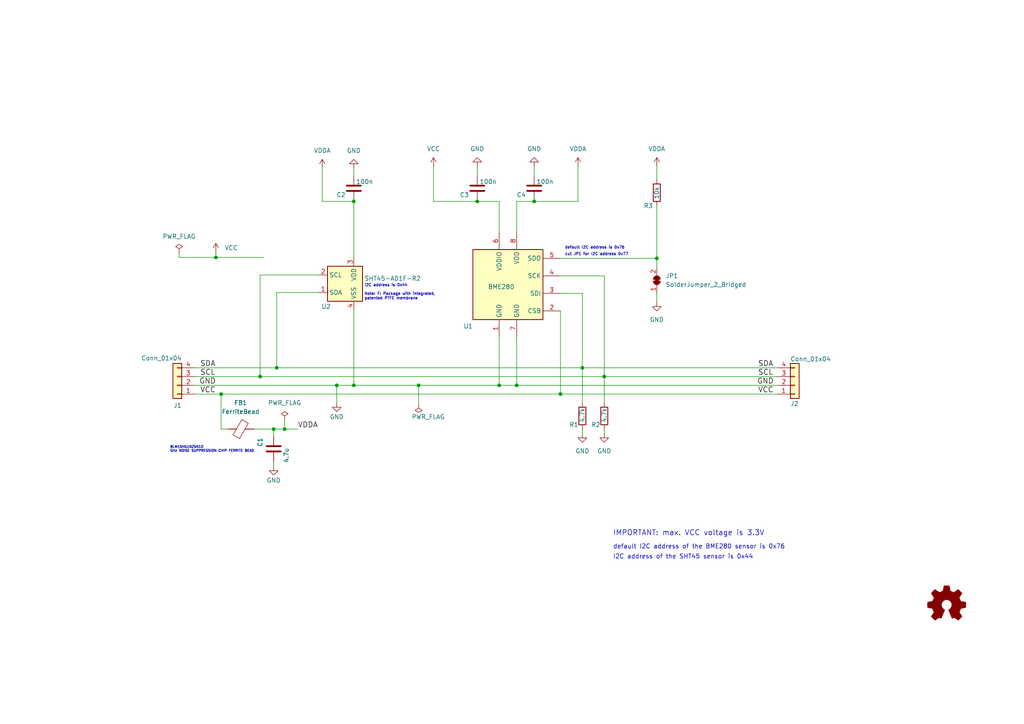
<source format=kicad_sch>
(kicad_sch (version 20211123) (generator eeschema)
  (paper "A4")
  (title_block (title "I2C_Module_SHT45_BME280_FUEL4EP") (date "2023-09-09") (rev "1.0") (company "FUEL4EP") (comment 1 "fitting to  HB-UNI-SEN-BATT_ATMega1284P_E07-868MS10_FUEL4EP") (comment 2 "Creative Commons License, non-commercial"))
  (lib_symbols
    (symbol "Connector_Generic:Conn_01x04" (pin_names (offset 1.016) hide)
      (property "Reference" "J" (at 0 5.08 0))
      (property "Value" "Conn_01x04" (at 0 -7.62 0))
      (symbol "Conn_01x04_1_1"
        (rectangle (start -1.27 -4.953) (end 0 -5.207) (stroke (width 0.1524)))
        (rectangle (start -1.27 -2.413) (end 0 -2.667) (stroke (width 0.1524)))
        (rectangle (start -1.27 0.127) (end 0 -0.127) (stroke (width 0.1524)))
        (rectangle (start -1.27 2.667) (end 0 2.413) (stroke (width 0.1524)))
        (rectangle (start -1.27 3.81) (end 1.27 -6.35) (stroke (width 0.254)) (fill (type background)))
        (pin passive line (at -5.08 2.54 0) (length 3.81) (name "Pin_1") (number "1"))
        (pin passive line (at -5.08 0 0) (length 3.81) (name "Pin_2") (number "2"))
        (pin passive line (at -5.08 -2.54 0) (length 3.81) (name "Pin_3") (number "3"))
        (pin passive line (at -5.08 -5.08 0) (length 3.81) (name "Pin_4") (number "4"))
      )
    )
    (symbol "Device:C" (pin_numbers hide) (pin_names (offset 0.254))
      (property "Reference" "C" (at 0.635 2.54 0))
      (property "Value" "C" (at 0.635 -2.54 0))
      (symbol "C_0_1"
        (polyline (pts (xy -2.032 -0.762) (xy 2.032 -0.762)) (stroke (width 0.508)))
        (polyline (pts (xy -2.032 0.762) (xy 2.032 0.762)) (stroke (width 0.508)))
      )
      (symbol "C_1_1"
        (pin passive line (at 0 3.81 270) (length 2.794) (name "~") (number "1"))
        (pin passive line (at 0 -3.81 90) (length 2.794) (name "~") (number "2"))
      )
    )
    (symbol "Device:FerriteBead" (pin_numbers hide) (pin_names (offset 0))
      (property "Reference" "FB" (at -3.81 0.635 90))
      (property "Value" "FerriteBead" (at 3.81 0 90))
      (symbol "FerriteBead_0_1"
        (polyline (pts (xy 0 -1.27) (xy 0 -1.2192)))
        (polyline (pts (xy 0 1.27) (xy 0 1.2954)))
        (polyline (pts (xy -2.7686 0.4064) (xy -1.7018 2.2606) (xy 2.7686 -0.3048) (xy 1.6764 -2.159) (xy -2.7686 0.4064)))
      )
      (symbol "FerriteBead_1_1"
        (pin passive line (at 0 3.81 270) (length 2.54) (name "~") (number "1"))
        (pin passive line (at 0 -3.81 90) (length 2.54) (name "~") (number "2"))
      )
    )
    (symbol "Device:R" (pin_numbers hide) (pin_names (offset 0))
      (property "Reference" "R" (at 2.032 0 90))
      (property "Value" "R" (at 0 0 90))
      (symbol "R_0_1"
        (rectangle (start -1.016 -2.54) (end 1.016 2.54) (stroke (width 0.254)))
      )
      (symbol "R_1_1"
        (pin passive line (at 0 3.81 270) (length 1.27) (name "~") (number "1"))
        (pin passive line (at 0 -3.81 90) (length 1.27) (name "~") (number "2"))
      )
    )
    (symbol "Graphic:Logo_Open_Hardware_Small" (pin_names (offset 1.016))
      (symbol "Logo_Open_Hardware_Small_0_1"
        (polyline (pts (xy 3.3528 -4.3434) (xy 3.302 -4.318) (xy 3.175 -4.2418) (xy 2.9972 -4.1148) (xy 2.7686 -3.9624) (xy 2.54 -3.81) (xy 2.3622 -3.7084) (xy 2.2352 -3.6068) (xy 2.1844 -3.5814) (xy 2.159 -3.6068) (xy 2.0574 -3.6576) (xy 1.905 -3.7338) (xy 1.8034 -3.7846) (xy 1.6764 -3.8354) (xy 1.6002 -3.8354) (xy 1.6002 -3.8354) (xy 1.5494 -3.7338) (xy 1.4732 -3.5306) (xy 1.3462 -3.302) (xy 1.2446 -3.0226) (xy 1.1176 -2.7178) (xy 0.9652 -2.413) (xy 0.8636 -2.1082) (xy 0.7366 -1.8288) (xy 0.6604 -1.6256) (xy 0.6096 -1.4732) (xy 0.5842 -1.397) (xy 0.5842 -1.397) (xy 0.6604 -1.3208) (xy 0.7874 -1.2446) (xy 1.0414 -1.016) (xy 1.2954 -0.6858) (xy 1.4478 -0.3302) (xy 1.524 0.0762) (xy 1.4732 0.4572) (xy 1.3208 0.8128) (xy 1.0668 1.143) (xy 0.762 1.3716) (xy 0.4064 1.524) (xy 0 1.5748) (xy -0.381 1.5494) (xy -0.7366 1.397) (xy -1.0668 1.143) (xy -1.2192 0.9906) (xy -1.397 0.6604) (xy -1.524 0.3048) (xy -1.524 0.2286) (xy -1.4986 -0.1778) (xy -1.397 -0.5334) (xy -1.1938 -0.8636) (xy -0.9144 -1.143) (xy -0.8636 -1.1684) (xy -0.7366 -1.27) (xy -0.635 -1.3462) (xy -0.5842 -1.397) (xy -1.0668 -2.5908) (xy -1.143 -2.794) (xy -1.2954 -3.1242) (xy -1.397 -3.4036) (xy -1.4986 -3.6322) (xy -1.5748 -3.7846) (xy -1.6002 -3.8354) (xy -1.6002 -3.8354) (xy -1.651 -3.8354) (xy -1.7272 -3.81) (xy -1.905 -3.7338) (xy -2.0066 -3.683) (xy -2.1336 -3.6068) (xy -2.2098 -3.5814) (xy -2.2606 -3.6068) (xy -2.3622 -3.683) (xy -2.54 -3.81) (xy -2.7686 -3.9624) (xy -2.9718 -4.0894) (xy -3.1496 -4.2164) (xy -3.302 -4.318) (xy -3.3528 -4.3434) (xy -3.3782 -4.3434) (xy -3.429 -4.318) (xy -3.5306 -4.2164) (xy -3.7084 -4.064) (xy -3.937 -3.8354) (xy -3.9624 -3.81) (xy -4.1656 -3.6068) (xy -4.318 -3.4544) (xy -4.4196 -3.3274) (xy -4.445 -3.2766) (xy -4.445 -3.2766) (xy -4.4196 -3.2258) (xy -4.318 -3.0734) (xy -4.2164 -2.8956) (xy -4.064 -2.667) (xy -3.6576 -2.0828) (xy -3.8862 -1.5494) (xy -3.937 -1.3716) (xy -4.0386 -1.1684) (xy -4.0894 -1.0414) (xy -4.1148 -0.9652) (xy -4.191 -0.9398) (xy -4.318 -0.9144) (xy -4.5466 -0.8636) (xy -4.8006 -0.8128) (xy -5.0546 -0.7874) (xy -5.2578 -0.7366) (xy -5.4356 -0.7112) (xy -5.5118 -0.6858) (xy -5.5118 -0.6858) (xy -5.5372 -0.635) (xy -5.5372 -0.5588) (xy -5.5372 -0.4318) (xy -5.5626 -0.2286) (xy -5.5626 0.0762) (xy -5.5626 0.127) (xy -5.5372 0.4064) (xy -5.5372 0.635) (xy -5.5372 0.762) (xy -5.5372 0.8382) (xy -5.5372 0.8382) (xy -5.461 0.8382) (xy -5.3086 0.889) (xy -5.08 0.9144) (xy -4.826 0.9652) (xy -4.8006 0.9906) (xy -4.5466 1.0414) (xy -4.318 1.0668) (xy -4.1656 1.1176) (xy -4.0894 1.143) (xy -4.0894 1.143) (xy -4.0386 1.2446) (xy -3.9624 1.4224) (xy -3.8608 1.6256) (xy -3.7846 1.8288) (xy -3.7084 2.0066) (xy -3.6576 2.159) (xy -3.6322 2.2098) (xy -3.6322 2.2098) (xy -3.683 2.286) (xy -3.7592 2.413) (xy -3.8862 2.5908) (xy -4.064 2.8194) (xy -4.064 2.8448) (xy -4.2164 3.0734) (xy -4.3434 3.2512) (xy -4.4196 3.3782) (xy -4.445 3.4544) (xy -4.445 3.4544) (xy -4.3942 3.5052) (xy -4.2926 3.6322) (xy -4.1148 3.81) (xy -3.937 4.0132) (xy -3.8608 4.064) (xy -3.6576 4.2926) (xy -3.5052 4.4196) (xy -3.4036 4.4958) (xy -3.3528 4.5212) (xy -3.3528 4.5212) (xy -3.302 4.4704) (xy -3.1496 4.3688) (xy -2.9718 4.2418) (xy -2.7432 4.0894) (xy -2.7178 4.0894) (xy -2.4892 3.937) (xy -2.3114 3.81) (xy -2.1844 3.7084) (xy -2.1336 3.683) (xy -2.1082 3.683) (xy -2.032 3.7084) (xy -1.8542 3.7592) (xy -1.6764 3.8354) (xy -1.4732 3.937) (xy -1.27 4.0132) (xy -1.143 4.064) (xy -1.0668 4.1148) (xy -1.0668 4.1148) (xy -1.0414 4.191) (xy -1.016 4.3434) (xy -0.9652 4.572) (xy -0.9144 4.8514) (xy -0.889 4.9022) (xy -0.8382 5.1562) (xy -0.8128 5.3848) (xy -0.7874 5.5372) (xy -0.762 5.588) (xy -0.7112 5.6134) (xy -0.5842 5.6134) (xy -0.4064 5.6134) (xy -0.1524 5.6134) (xy 0.0762 5.6134) (xy 0.3302 5.6134) (xy 0.5334 5.6134) (xy 0.6858 5.588) (xy 0.7366 5.588) (xy 0.7366 5.588) (xy 0.762 5.5118) (xy 0.8128 5.334) (xy 0.8382 5.1054) (xy 0.9144 4.826) (xy 0.9144 4.7752) (xy 0.9652 4.5212) (xy 1.016 4.2926) (xy 1.0414 4.1402) (xy 1.0668 4.0894) (xy 1.0668 4.0894) (xy 1.1938 4.0386) (xy 1.3716 3.9624) (xy 1.5748 3.8608) (xy 2.0828 3.6576) (xy 2.7178 4.0894) (xy 2.7686 4.1402) (xy 2.9972 4.2926) (xy 3.175 4.4196) (xy 3.302 4.4958) (xy 3.3782 4.5212) (xy 3.3782 4.5212) (xy 3.429 4.4704) (xy 3.556 4.3434) (xy 3.7338 4.191) (xy 3.9116 3.9878) (xy 4.064 3.8354) (xy 4.2418 3.6576) (xy 4.3434 3.556) (xy 4.4196 3.4798) (xy 4.4196 3.429) (xy 4.4196 3.4036) (xy 4.3942 3.3274) (xy 4.2926 3.2004) (xy 4.1656 2.9972) (xy 4.0132 2.794) (xy 3.8862 2.5908) (xy 3.7592 2.3876) (xy 3.6576 2.2352) (xy 3.6322 2.159) (xy 3.6322 2.1336) (xy 3.683 2.0066) (xy 3.7592 1.8288) (xy 3.8608 1.6002) (xy 4.064 1.1176) (xy 4.3942 1.0414) (xy 4.5974 1.016) (xy 4.8768 0.9652) (xy 5.1308 0.9144) (xy 5.5372 0.8382) (xy 5.5626 -0.6604) (xy 5.4864 -0.6858) (xy 5.4356 -0.6858) (xy 5.2832 -0.7366) (xy 5.0546 -0.762) (xy 4.8006 -0.8128) (xy 4.5974 -0.8636) (xy 4.3688 -0.9144) (xy 4.2164 -0.9398) (xy 4.1402 -0.9398) (xy 4.1148 -0.9652) (xy 4.064 -1.0668) (xy 3.9878 -1.2446) (xy 3.9116 -1.4478) (xy 3.81 -1.651) (xy 3.7338 -1.8542) (xy 3.683 -2.0066) (xy 3.6576 -2.0828) (xy 3.683 -2.1336) (xy 3.7846 -2.2606) (xy 3.8862 -2.4638) (xy 4.0386 -2.667) (xy 4.191 -2.8956) (xy 4.318 -3.0734) (xy 4.3942 -3.2004) (xy 4.445 -3.2766) (xy 4.4196 -3.3274) (xy 4.3434 -3.429) (xy 4.1656 -3.5814) (xy 3.937 -3.8354) (xy 3.8862 -3.8608) (xy 3.683 -4.064) (xy 3.5306 -4.2164) (xy 3.4036 -4.318) (xy 3.3528 -4.3434)) (fill (type outline)))
      )
    )
    (symbol "Jumper:SolderJumper_2_Bridged" (pin_names (offset 0) hide)
      (property "Reference" "JP" (at 0 2.032 0))
      (property "Value" "SolderJumper_2_Bridged" (at 0 -2.54 0))
      (symbol "SolderJumper_2_Bridged_0_1"
        (rectangle (start -0.508 0.508) (end 0.508 -0.508) (fill (type outline)))
        (arc (start -0.254 1.016) (mid -1.27 0) (end -0.254 -1.016))
        (arc (start -0.254 1.016) (mid -1.27 0) (end -0.254 -1.016) (fill (type outline)))
        (polyline (pts (xy -0.254 1.016) (xy -0.254 -1.016)))
        (polyline (pts (xy 0.254 1.016) (xy 0.254 -1.016)))
        (arc (start 0.254 -1.016) (mid 1.27 0) (end 0.254 1.016))
        (arc (start 0.254 -1.016) (mid 1.27 0) (end 0.254 1.016) (fill (type outline)))
      )
      (symbol "SolderJumper_2_Bridged_1_1"
        (pin passive line (at -3.81 0 0) (length 2.54) (name "A") (number "1"))
        (pin passive line (at 3.81 0 180) (length 2.54) (name "B") (number "2"))
      )
    )
    (symbol "Sensor:BME280"
      (property "Reference" "U" (at -8.89 11.43 0))
      (property "Value" "BME280" (at 7.62 11.43 0))
      (symbol "BME280_0_1"
        (rectangle (start -10.16 10.16) (end 10.16 -10.16) (stroke (width 0.254)) (fill (type background)))
      )
      (symbol "BME280_1_1"
        (pin power_in line (at -2.54 -15.24 90) (length 5.08) (name "GND") (number "1"))
        (pin input line (at 15.24 -7.62 180) (length 5.08) (name "CSB") (number "2"))
        (pin bidirectional line (at 15.24 -2.54 180) (length 5.08) (name "SDI") (number "3"))
        (pin input line (at 15.24 2.54 180) (length 5.08) (name "SCK") (number "4"))
        (pin bidirectional line (at 15.24 7.62 180) (length 5.08) (name "SDO") (number "5"))
        (pin power_in line (at -2.54 15.24 270) (length 5.08) (name "VDDIO") (number "6"))
        (pin power_in line (at 2.54 -15.24 90) (length 5.08) (name "GND") (number "7"))
        (pin power_in line (at 2.54 15.24 270) (length 5.08) (name "VDD") (number "8"))
      )
    )
    (symbol "Sensor_Humidity:SHT4x"
      (property "Reference" "U" (at 0 8.89 0))
      (property "Value" "SHT4x" (at 0 6.35 0))
      (symbol "SHT4x_1_1"
        (rectangle (start -5.08 5.08) (end 5.08 -5.08) (stroke (width 0.254)) (fill (type background)))
        (pin bidirectional line (at -7.62 -2.54 0) (length 2.54) (name "SDA") (number "1"))
        (pin input line (at -7.62 2.54 0) (length 2.54) (name "SCL") (number "2"))
        (pin power_in line (at 2.54 7.62 270) (length 2.54) (name "VDD") (number "3"))
        (pin power_in line (at 2.54 -7.62 90) (length 2.54) (name "VSS") (number "4"))
      )
    )
    (symbol "power:GND" (power) (pin_names (offset 0))
      (property "Value" "GND" (at 0 -3.81 0))
      (symbol "GND_0_1"
        (polyline (pts (xy 0 0) (xy 0 -1.27) (xy 1.27 -1.27) (xy 0 -2.54) (xy -1.27 -1.27) (xy 0 -1.27)))
      )
      (symbol "GND_1_1"
        (pin power_in line (at 0 0 270) (length 0) hide (name "GND") (number "1"))
      )
    )
    (symbol "power:PWR_FLAG" (power) (pin_numbers hide) (pin_names (offset 0) hide)
      (property "Value" "PWR_FLAG" (at 0 3.81 0))
      (symbol "PWR_FLAG_0_0"
        (pin power_out line (at 0 0 90) (length 0) (name "pwr") (number "1"))
      )
      (symbol "PWR_FLAG_0_1"
        (polyline (pts (xy 0 0) (xy 0 1.27) (xy -1.016 1.905) (xy 0 2.54) (xy 1.016 1.905) (xy 0 1.27)))
      )
    )
    (symbol "power:VCC" (power) (pin_names (offset 0))
      (property "Value" "VCC" (at 0 3.81 0))
      (symbol "VCC_0_1"
        (polyline (pts (xy -0.762 1.27) (xy 0 2.54)))
        (polyline (pts (xy 0 0) (xy 0 2.54)))
        (polyline (pts (xy 0 2.54) (xy 0.762 1.27)))
      )
      (symbol "VCC_1_1"
        (pin power_in line (at 0 0 90) (length 0) hide (name "VCC") (number "1"))
      )
    )
    (symbol "power:VDDA" (power) (pin_names (offset 0))
      (property "Value" "VDDA" (at 0 3.81 0))
      (symbol "VDDA_0_1"
        (polyline (pts (xy -0.762 1.27) (xy 0 2.54)))
        (polyline (pts (xy 0 0) (xy 0 2.54)))
        (polyline (pts (xy 0 2.54) (xy 0.762 1.27)))
      )
      (symbol "VDDA_1_1"
        (pin power_in line (at 0 0 90) (length 0) hide (name "VDDA") (number "1"))
      )
    )
  )
  (junction (at 175.26 109.22))
  (junction (at 64.135 114.3))
  (junction (at 149.86 111.76))
  (junction (at 62.611 74.676))
  (junction (at 154.94 58.42))
  (junction (at 79.375 124.46))
  (junction (at 102.616 58.42))
  (junction (at 138.43 58.42))
  (junction (at 97.663 111.76))
  (junction (at 80.264 106.68))
  (junction (at 168.91 106.68))
  (junction (at 121.412 111.76))
  (junction (at 144.78 111.76))
  (junction (at 162.56 114.3))
  (junction (at 75.438 109.22))
  (junction (at 82.55 124.46))
  (junction (at 102.616 111.76))
  (junction (at 190.5 74.93))
  (wire (pts (xy 168.91 85.09) (xy 168.91 106.68)))
  (wire (pts (xy 162.56 85.09) (xy 168.91 85.09)))
  (wire (pts (xy 56.515 109.22) (xy 75.438 109.22)))
  (wire (pts (xy 97.663 111.76) (xy 102.616 111.76)))
  (wire (pts (xy 190.5 74.93) (xy 162.56 74.93)))
  (wire (pts (xy 162.56 80.01) (xy 175.26 80.01)))
  (wire (pts (xy 175.26 80.01) (xy 175.26 109.22)))
  (wire (pts (xy 175.26 109.22) (xy 225.425 109.22)))
  (wire (pts (xy 80.264 106.68) (xy 168.91 106.68)))
  (wire (pts (xy 144.78 67.31) (xy 144.78 58.42)))
  (wire (pts (xy 190.5 48.26) (xy 190.5 52.07)))
  (wire (pts (xy 168.91 124.46) (xy 168.91 125.73)))
  (wire (pts (xy 56.515 106.68) (xy 80.264 106.68)))
  (wire (pts (xy 51.943 74.676) (xy 51.943 73.406)))
  (wire (pts (xy 138.43 48.26) (xy 138.43 50.8)))
  (wire (pts (xy 175.26 124.46) (xy 175.26 125.73)))
  (wire (pts (xy 149.86 58.42) (xy 154.94 58.42)))
  (wire (pts (xy 86.36 124.46) (xy 82.55 124.46)))
  (wire (pts (xy 97.663 111.76) (xy 97.663 116.84)))
  (wire (pts (xy 167.64 48.26) (xy 167.64 58.42)))
  (wire (pts (xy 168.91 106.68) (xy 225.425 106.68)))
  (wire (pts (xy 121.412 111.76) (xy 144.78 111.76)))
  (wire (pts (xy 62.611 74.676) (xy 51.943 74.676)))
  (wire (pts (xy 138.43 58.42) (xy 144.78 58.42)))
  (wire (pts (xy 75.438 79.756) (xy 75.438 109.22)))
  (wire (pts (xy 79.375 133.985) (xy 79.375 135.255)))
  (wire (pts (xy 190.5 59.69) (xy 190.5 74.93)))
  (wire (pts (xy 190.5 85.09) (xy 190.5 87.63)))
  (wire (pts (xy 82.55 124.46) (xy 79.375 124.46)))
  (wire (pts (xy 149.86 97.79) (xy 149.86 111.76)))
  (wire (pts (xy 154.94 58.42) (xy 167.64 58.42)))
  (wire (pts (xy 102.616 89.916) (xy 102.616 111.76)))
  (wire (pts (xy 75.438 109.22) (xy 175.26 109.22)))
  (wire (pts (xy 82.55 121.92) (xy 82.55 124.46)))
  (wire (pts (xy 190.5 74.93) (xy 190.5 77.47)))
  (wire (pts (xy 162.56 90.17) (xy 162.56 114.3)))
  (wire (pts (xy 79.375 124.46) (xy 79.375 126.365)))
  (wire (pts (xy 149.86 67.31) (xy 149.86 58.42)))
  (wire (pts (xy 168.91 106.68) (xy 168.91 116.84)))
  (wire (pts (xy 62.611 74.676) (xy 62.611 73.152)))
  (wire (pts (xy 125.73 58.42) (xy 138.43 58.42)))
  (wire (pts (xy 64.135 114.3) (xy 162.56 114.3)))
  (wire (pts (xy 92.456 84.836) (xy 80.264 84.836)))
  (wire (pts (xy 154.94 48.26) (xy 154.94 50.8)))
  (wire (pts (xy 144.78 111.76) (xy 149.86 111.76)))
  (wire (pts (xy 56.515 114.3) (xy 64.135 114.3)))
  (wire (pts (xy 64.135 124.46) (xy 66.04 124.46)))
  (wire (pts (xy 125.73 48.26) (xy 125.73 58.42)))
  (wire (pts (xy 175.26 109.22) (xy 175.26 116.84)))
  (wire (pts (xy 62.611 74.676) (xy 76.581 74.676)))
  (wire (pts (xy 56.515 111.76) (xy 97.663 111.76)))
  (wire (pts (xy 73.66 124.46) (xy 79.375 124.46)))
  (wire (pts (xy 93.472 58.42) (xy 102.616 58.42)))
  (wire (pts (xy 149.86 111.76) (xy 225.425 111.76)))
  (wire (pts (xy 144.78 97.79) (xy 144.78 111.76)))
  (wire (pts (xy 93.472 48.768) (xy 93.472 58.42)))
  (wire (pts (xy 102.616 58.42) (xy 102.616 74.676)))
  (wire (pts (xy 121.412 111.76) (xy 121.412 117.094)))
  (wire (pts (xy 75.438 79.756) (xy 92.456 79.756)))
  (wire (pts (xy 64.135 114.3) (xy 64.135 124.46)))
  (wire (pts (xy 162.56 114.3) (xy 225.425 114.3)))
  (wire (pts (xy 102.616 48.768) (xy 102.616 50.8)))
  (wire (pts (xy 80.264 84.836) (xy 80.264 106.68)))
  (wire (pts (xy 102.616 111.76) (xy 121.412 111.76)))
  (text "Note: F: Package with integrated,\npatented PTFE membrane" (at 105.664 87.122 0) (effects (font (size 0.8 0.8)) (justify left bottom)))
  (text "cut JP1 for I2C address 0x77\n" (at 163.83 74.295 0) (effects (font (size 0.8 0.8)) (justify left bottom)))
  (text "I2C address is 0x44\n" (at 105.664 83.312 0) (effects (font (size 0.8 0.8)) (justify left bottom)))
  (text "BLM15HG102SN1D\nGHz NOISE SUPPRESSION CHIP FERRITE BEAD" (at 49.276 131.318 0) (effects (font (size 0.7 0.7)) (justify left bottom)))
  (text "default I2C address of the BME280 sensor is 0x76\n" (at 177.8 159.385 0) (effects (font (size 1.27 1.27)) (justify left bottom)))
  (text "I2C address of the SHT45 sensor is 0x44\n" (at 177.8 162.306 0) (effects (font (size 1.27 1.27)) (justify left bottom)))
  (text "default I2C address is 0x76\n" (at 163.83 72.39 0) (effects (font (size 0.8 0.8)) (justify left bottom)))
  (text "IMPORTANT: max. VCC voltage is 3.3V" (at 177.8 155.575 0) (effects (font (size 1.524 1.524)) (justify left bottom)))
  (label "SCL" (at 219.837 109.22 0) (effects (font (size 1.524 1.524))))
  (label "VCC" (at 219.837 114.3 0) (effects (font (size 1.524 1.524))))
  (label "VCC" (at 58.039 114.3 0) (effects (font (size 1.524 1.524))))
  (label "SDA" (at 219.837 106.68 0) (effects (font (size 1.524 1.524))))
  (label "SCL" (at 58.039 109.22 0) (effects (font (size 1.524 1.524))))
  (label "GND" (at 57.785 111.76 0) (effects (font (size 1.524 1.524))))
  (label "VDDA" (at 86.36 124.46 0) (effects (font (size 1.524 1.524))))
  (label "GND" (at 219.583 111.76 0) (effects (font (size 1.524 1.524))))
  (label "SDA" (at 58.039 106.68 0) (effects (font (size 1.524 1.524))))
  (symbol (lib_id "Connector_Generic:Conn_01x04") (at 230.505 111.76 0) (mirror x) (unit 1)
    (property "Reference" "J2" (at 229.235 117.094 0) (effects (justify left)))
    (property "Value" "Conn_01x04" (at 229.235 104.14 0) (effects (justify left)))
    (property "Footprint" "Connector_PinHeader_2.54mm:PinHeader_1x04_P2.54mm_Vertical" (effects hide))
  )
  (symbol (lib_id "Connector_Generic:Conn_01x04") (at 51.435 111.76 180) (unit 1)
    (property "Reference" "J1" (at 52.705 117.602 0) (effects (justify left)))
    (property "Value" "Conn_01x04" (at 52.705 103.886 0) (effects (justify left)))
    (property "Footprint" "Connector_PinHeader_2.54mm:PinHeader_1x04_P2.54mm_Vertical" (effects hide))
  )
  (symbol (lib_id "Graphic:Logo_Open_Hardware_Small") (at 274.574 175.514 0) (unit 1)
    (property "Reference" "LOGO1" (effects hide))
    (property "Value" "Logo_Open_Hardware_Small" (effects hide))
    (property "Footprint" "FUEL4EP:CC-BY-ND-SA" (effects hide))
  )
  (symbol (lib_id "Device:R") (at 168.91 120.65 0) (unit 1)
    (property "Reference" "R1" (at 165.1 123.19 0) (effects (justify left)))
    (property "Value" "4.7k" (at 168.91 122.555 90) (effects (justify left)))
    (property "Footprint" "Resistor_SMD:R_0402_1005Metric" (effects hide))
    (property "LCSC" "C25900" (effects hide))
    (property "TYPE" "0402" (effects hide))
  )
  (symbol (lib_id "power:GND") (at 138.43 48.26 180) (unit 1)
    (property "Reference" "#PWR04" (effects hide))
    (property "Value" "GND" (at 138.43 43.18 0))
  )
  (symbol (lib_id "power:VDDA") (at 93.472 48.768 0) (unit 1)
    (property "Reference" "#PWR06" (effects hide))
    (property "Value" "VDDA" (at 93.472 43.688 0))
  )
  (symbol (lib_id "power:GND") (at 168.91 125.73 0) (unit 1)
    (property "Reference" "#PWR07" (effects hide))
    (property "Value" "GND" (at 168.91 130.81 0))
  )
  (symbol (lib_id "Device:FerriteBead") (at 69.85 124.46 90) (unit 1)
    (property "Reference" "FB1" (at 69.7992 116.84 90))
    (property "Value" "FerriteBead" (at 69.7992 119.38 90))
    (property "Footprint" "Inductor_SMD:L_0402_1005Metric" (effects hide))
    (property "Datasheet" "https://www.murata.com/products/productdata/8796740223006/ENFA0024.pdf?1531144803000" (effects hide))
    (property "LCSC" "C76889" (effects hide))
    (property "TYPE" "0402" (effects hide))
  )
  (symbol (lib_id "Device:C") (at 154.94 54.61 0) (unit 1)
    (property "Reference" "C4" (at 149.86 56.515 0) (effects (justify left)))
    (property "Value" "100n" (at 155.575 52.705 0) (effects (justify left)))
    (property "Footprint" "Capacitor_SMD:C_0603_1608Metric" (effects hide))
    (property "LCSC" "C14663" (effects hide))
    (property "TYPE" "0603" (effects hide))
  )
  (symbol (lib_id "power:GND") (at 97.663 116.84 0) (unit 1)
    (property "Reference" "#PWR02" (effects hide))
    (property "Value" "GND" (at 97.663 120.904 0))
  )
  (symbol (lib_id "power:GND") (at 154.94 48.26 180) (unit 1)
    (property "Reference" "#PWR05" (effects hide))
    (property "Value" "GND" (at 154.94 43.18 0))
  )
  (symbol (lib_id "power:GND") (at 190.5 87.63 0) (unit 1)
    (property "Reference" "#PWR010" (effects hide))
    (property "Value" "GND" (at 190.5 92.71 0))
  )
  (symbol (lib_id "Sensor_Humidity:SHT4x") (at 100.076 82.296 0) (unit 1)
    (property "Reference" "U2" (at 93.218 88.9 0) (effects (justify left)))
    (property "Value" "SHT45-AD1F-R2" (at 105.664 80.772 0) (effects (justify left)))
    (property "Footprint" "FUEL4EP:SHT4X" (effects hide))
    (property "Datasheet" "https://sensirion.com/media/documents/33FD6951/624C4357/Datasheet_SHT4x.pdf" (effects hide))
    (property "LCSC" "C5360602" (effects hide))
    (property "TYPE" "DFN-4" (effects hide))
  )
  (symbol (lib_id "power:VCC") (at 125.73 48.26 0) (unit 1)
    (property "Reference" "#PWR03" (effects hide))
    (property "Value" "VCC" (at 125.73 43.18 0))
  )
  (symbol (lib_id "power:PWR_FLAG") (at 82.55 121.92 0) (unit 1)
    (property "Reference" "#FLG0101" (effects hide))
    (property "Value" "PWR_FLAG" (at 82.55 116.84 0))
  )
  (symbol (lib_id "Device:R") (at 190.5 55.88 0) (unit 1)
    (property "Reference" "R3" (at 186.69 59.69 0) (effects (justify left)))
    (property "Value" "10k" (at 190.5 57.785 90) (effects (justify left)))
    (property "Footprint" "Resistor_SMD:R_0402_1005Metric" (effects hide))
    (property "LCSC" "C25744" (effects hide))
    (property "TYPE" "0402" (effects hide))
  )
  (symbol (lib_id "Device:C") (at 102.616 54.61 0) (unit 1)
    (property "Reference" "C2" (at 97.536 56.515 0) (effects (justify left)))
    (property "Value" "100n" (at 103.251 52.705 0) (effects (justify left)))
    (property "Footprint" "Capacitor_SMD:C_0603_1608Metric" (effects hide))
    (property "LCSC" "C14663" (effects hide))
    (property "TYPE" "0603" (effects hide))
  )
  (symbol (lib_id "Sensor:BME280") (at 147.32 82.55 0) (unit 1)
    (property "Reference" "U1" (at 137.16 94.615 0) (effects (justify right)))
    (property "Value" "BME280" (at 149.225 83.185 0) (effects (justify right)))
    (property "Footprint" "Package_LGA:Bosch_LGA-8_2.5x2.5mm_P0.65mm_ClockwisePinNumbering" (effects hide))
    (property "Datasheet" "https://ae-bst.resource.bosch.com/media/_tech/media/datasheets/BST-BME280-DS002.pdf" (effects hide))
    (property "LCSC" "C92489" (effects hide))
    (property "TYPE" "LGA-8" (effects hide))
  )
  (symbol (lib_id "power:VCC") (at 62.611 73.152 0) (unit 1)
    (property "Reference" "#PWR01" (effects hide))
    (property "Value" "VCC" (at 65.151 71.8819 0) (effects (justify left)))
  )
  (symbol (lib_id "Device:C") (at 79.375 130.175 0) (unit 1)
    (property "Reference" "C1" (at 75.438 128.27 90))
    (property "Value" "4.7u" (at 83.058 132.08 90))
    (property "Footprint" "Capacitor_SMD:C_0603_1608Metric" (effects hide))
    (property "LCSC" "C19666" (effects hide))
    (property "TYPE" "0603" (effects hide))
  )
  (symbol (lib_id "Device:C") (at 138.43 54.61 0) (unit 1)
    (property "Reference" "C3" (at 133.35 56.515 0) (effects (justify left)))
    (property "Value" "100n" (at 139.065 52.705 0) (effects (justify left)))
    (property "Footprint" "Capacitor_SMD:C_0603_1608Metric" (effects hide))
    (property "LCSC" "C14663" (effects hide))
    (property "TYPE" "0603" (effects hide))
  )
  (symbol (lib_id "power:VDDA") (at 190.5 48.26 0) (unit 1)
    (property "Reference" "#PWR0101" (effects hide))
    (property "Value" "VDDA" (at 190.5 43.18 0))
  )
  (symbol (lib_id "Jumper:SolderJumper_2_Bridged") (at 190.5 81.28 90) (unit 1)
    (property "Reference" "JP1" (at 193.04 80.0099 90) (effects (justify right)))
    (property "Value" "SolderJumper_2_Bridged" (at 193.04 82.5499 90) (effects (justify right)))
    (property "Footprint" "Jumper:SolderJumper-2_P1.3mm_Bridged_Pad1.0x1.5mm" (effects hide))
  )
  (symbol (lib_id "power:GND") (at 79.375 135.255 0) (unit 1)
    (property "Reference" "#PWR0103" (effects hide))
    (property "Value" "GND" (at 79.375 139.319 0))
  )
  (symbol (lib_id "power:PWR_FLAG") (at 51.943 73.406 0) (unit 1)
    (property "Reference" "#FLG01" (effects hide))
    (property "Value" "PWR_FLAG" (at 51.943 68.58 0))
  )
  (symbol (lib_id "power:PWR_FLAG") (at 121.412 117.094 180) (unit 1)
    (property "Reference" "#FLG02" (effects hide))
    (property "Value" "PWR_FLAG" (at 119.38 120.904 0) (effects (justify right)))
  )
  (symbol (lib_id "power:GND") (at 102.616 48.768 180) (unit 1)
    (property "Reference" "#PWR09" (effects hide))
    (property "Value" "GND" (at 102.616 43.688 0))
  )
  (symbol (lib_id "power:GND") (at 175.26 125.73 0) (unit 1)
    (property "Reference" "#PWR08" (effects hide))
    (property "Value" "GND" (at 175.26 130.81 0))
  )
  (symbol (lib_id "power:VDDA") (at 167.64 48.26 0) (unit 1)
    (property "Reference" "#PWR0102" (effects hide))
    (property "Value" "VDDA" (at 167.64 43.18 0))
  )
  (symbol (lib_id "Device:R") (at 175.26 120.65 0) (unit 1)
    (property "Reference" "R2" (at 171.45 123.19 0) (effects (justify left)))
    (property "Value" "4.7k" (at 175.26 122.555 90) (effects (justify left)))
    (property "Footprint" "Resistor_SMD:R_0402_1005Metric" (effects hide))
    (property "LCSC" "C25900" (effects hide))
    (property "TYPE" "0402" (effects hide))
  )
)
</source>
